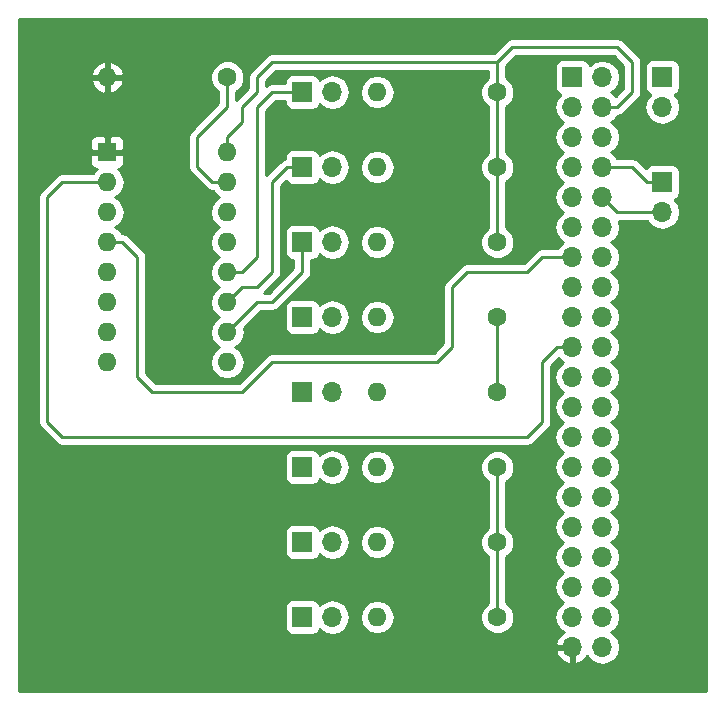
<source format=gbr>
G04 #@! TF.FileFunction,Copper,L1,Top,Signal*
%FSLAX46Y46*%
G04 Gerber Fmt 4.6, Leading zero omitted, Abs format (unit mm)*
G04 Created by KiCad (PCBNEW 4.0.6) date Tue Nov 21 01:35:09 2017*
%MOMM*%
%LPD*%
G01*
G04 APERTURE LIST*
%ADD10C,0.100000*%
%ADD11R,1.700000X1.700000*%
%ADD12O,1.700000X1.700000*%
%ADD13C,1.600000*%
%ADD14O,1.600000X1.600000*%
%ADD15R,1.600000X1.600000*%
%ADD16C,0.250000*%
%ADD17C,0.254000*%
G04 APERTURE END LIST*
D10*
D11*
X179070000Y-96520000D03*
D12*
X181610000Y-96520000D03*
X179070000Y-99060000D03*
X181610000Y-99060000D03*
X179070000Y-101600000D03*
X181610000Y-101600000D03*
X179070000Y-104140000D03*
X181610000Y-104140000D03*
X179070000Y-106680000D03*
X181610000Y-106680000D03*
X179070000Y-109220000D03*
X181610000Y-109220000D03*
X179070000Y-111760000D03*
X181610000Y-111760000D03*
X179070000Y-114300000D03*
X181610000Y-114300000D03*
X179070000Y-116840000D03*
X181610000Y-116840000D03*
X179070000Y-119380000D03*
X181610000Y-119380000D03*
X179070000Y-121920000D03*
X181610000Y-121920000D03*
X179070000Y-124460000D03*
X181610000Y-124460000D03*
X179070000Y-127000000D03*
X181610000Y-127000000D03*
X179070000Y-129540000D03*
X181610000Y-129540000D03*
X179070000Y-132080000D03*
X181610000Y-132080000D03*
X179070000Y-134620000D03*
X181610000Y-134620000D03*
X179070000Y-137160000D03*
X181610000Y-137160000D03*
X179070000Y-139700000D03*
X181610000Y-139700000D03*
X179070000Y-142240000D03*
X181610000Y-142240000D03*
X179070000Y-144780000D03*
X181610000Y-144780000D03*
D11*
X186690000Y-105410000D03*
D12*
X186690000Y-107950000D03*
D11*
X186690000Y-96520000D03*
D12*
X186690000Y-99060000D03*
D11*
X156210000Y-142240000D03*
D12*
X158750000Y-142240000D03*
D11*
X156210000Y-135890000D03*
D12*
X158750000Y-135890000D03*
D11*
X156210000Y-129540000D03*
D12*
X158750000Y-129540000D03*
D11*
X156210000Y-123190000D03*
D12*
X158750000Y-123190000D03*
D11*
X156210000Y-116840000D03*
D12*
X158750000Y-116840000D03*
D11*
X156210000Y-110490000D03*
D12*
X158750000Y-110490000D03*
D11*
X156210000Y-104140000D03*
D12*
X158750000Y-104140000D03*
D11*
X156210000Y-97790000D03*
D12*
X158750000Y-97790000D03*
D13*
X149860000Y-96520000D03*
D14*
X139700000Y-96520000D03*
D13*
X172720000Y-142240000D03*
D14*
X162560000Y-142240000D03*
D13*
X172720000Y-135890000D03*
D14*
X162560000Y-135890000D03*
D13*
X172720000Y-129540000D03*
D14*
X162560000Y-129540000D03*
D13*
X172720000Y-123190000D03*
D14*
X162560000Y-123190000D03*
D13*
X172720000Y-116840000D03*
D14*
X162560000Y-116840000D03*
D13*
X172720000Y-110490000D03*
D14*
X162560000Y-110490000D03*
D13*
X172720000Y-104140000D03*
D14*
X162560000Y-104140000D03*
D13*
X172720000Y-97790000D03*
D14*
X162560000Y-97790000D03*
D15*
X139700000Y-102870000D03*
D14*
X149860000Y-120650000D03*
X139700000Y-105410000D03*
X149860000Y-118110000D03*
X139700000Y-107950000D03*
X149860000Y-115570000D03*
X139700000Y-110490000D03*
X149860000Y-113030000D03*
X139700000Y-113030000D03*
X149860000Y-110490000D03*
X139700000Y-115570000D03*
X149860000Y-107950000D03*
X139700000Y-118110000D03*
X149860000Y-105410000D03*
X139700000Y-120650000D03*
X149860000Y-102870000D03*
D16*
X149860000Y-102870000D02*
X149860000Y-101600000D01*
X153670000Y-95250000D02*
X172720000Y-95250000D01*
X152400000Y-96520000D02*
X153670000Y-95250000D01*
X152400000Y-97790000D02*
X152400000Y-96520000D01*
X151130000Y-99060000D02*
X152400000Y-97790000D01*
X151130000Y-100330000D02*
X151130000Y-99060000D01*
X149860000Y-101600000D02*
X151130000Y-100330000D01*
X172720000Y-129540000D02*
X172720000Y-135890000D01*
X172720000Y-135890000D02*
X172720000Y-142240000D01*
X172720000Y-116840000D02*
X172720000Y-123190000D01*
X172720000Y-104140000D02*
X172720000Y-110490000D01*
X172720000Y-97790000D02*
X172720000Y-104140000D01*
X181610000Y-99060000D02*
X182880000Y-99060000D01*
X172720000Y-95250000D02*
X172720000Y-97790000D01*
X173990000Y-93980000D02*
X172720000Y-95250000D01*
X182880000Y-93980000D02*
X173990000Y-93980000D01*
X184150000Y-95250000D02*
X182880000Y-93980000D01*
X184150000Y-97790000D02*
X184150000Y-95250000D01*
X182880000Y-99060000D02*
X184150000Y-97790000D01*
X186690000Y-105410000D02*
X185420000Y-105410000D01*
X184150000Y-104140000D02*
X185420000Y-105410000D01*
X184150000Y-104140000D02*
X181610000Y-104140000D01*
X186690000Y-107950000D02*
X185420000Y-107950000D01*
X182880000Y-107950000D02*
X185420000Y-107950000D01*
X182880000Y-107950000D02*
X181610000Y-106680000D01*
X179070000Y-111760000D02*
X176530000Y-111760000D01*
X140970000Y-110490000D02*
X139700000Y-110490000D01*
X142240000Y-111760000D02*
X140970000Y-110490000D01*
X142240000Y-121920000D02*
X142240000Y-111760000D01*
X143510000Y-123190000D02*
X142240000Y-121920000D01*
X151130000Y-123190000D02*
X143510000Y-123190000D01*
X152400000Y-121920000D02*
X151130000Y-123190000D01*
X153670000Y-120650000D02*
X152400000Y-121920000D01*
X167640000Y-120650000D02*
X153670000Y-120650000D01*
X168910000Y-119380000D02*
X167640000Y-120650000D01*
X168910000Y-114300000D02*
X168910000Y-119380000D01*
X170180000Y-113030000D02*
X168910000Y-114300000D01*
X175260000Y-113030000D02*
X170180000Y-113030000D01*
X176530000Y-111760000D02*
X175260000Y-113030000D01*
X179070000Y-119380000D02*
X177800000Y-119380000D01*
X135890000Y-105410000D02*
X139700000Y-105410000D01*
X134620000Y-106680000D02*
X135890000Y-105410000D01*
X134620000Y-125730000D02*
X134620000Y-106680000D01*
X135890000Y-127000000D02*
X134620000Y-125730000D01*
X175260000Y-127000000D02*
X135890000Y-127000000D01*
X176530000Y-125730000D02*
X175260000Y-127000000D01*
X176530000Y-120650000D02*
X176530000Y-125730000D01*
X177800000Y-119380000D02*
X176530000Y-120650000D01*
X179070000Y-144780000D02*
X151130000Y-144780000D01*
X151130000Y-144780000D02*
X149860000Y-143510000D01*
X149860000Y-143510000D02*
X149860000Y-129540000D01*
X149860000Y-129540000D02*
X148590000Y-128270000D01*
X148590000Y-128270000D02*
X134620000Y-128270000D01*
X134620000Y-128270000D02*
X133350000Y-127000000D01*
X133350000Y-127000000D02*
X133350000Y-104140000D01*
X133350000Y-104140000D02*
X134620000Y-102870000D01*
X134620000Y-102870000D02*
X139700000Y-102870000D01*
X139700000Y-102870000D02*
X139700000Y-96520000D01*
X156210000Y-110490000D02*
X156210000Y-113030000D01*
X151130000Y-116840000D02*
X149860000Y-118110000D01*
X152400000Y-115570000D02*
X151130000Y-116840000D01*
X153670000Y-115570000D02*
X152400000Y-115570000D01*
X154940000Y-114300000D02*
X153670000Y-115570000D01*
X156210000Y-113030000D02*
X154940000Y-114300000D01*
X156210000Y-104140000D02*
X154940000Y-104140000D01*
X151130000Y-114300000D02*
X149860000Y-115570000D01*
X152400000Y-114300000D02*
X151130000Y-114300000D01*
X153670000Y-113030000D02*
X152400000Y-114300000D01*
X153670000Y-105410000D02*
X153670000Y-113030000D01*
X154940000Y-104140000D02*
X153670000Y-105410000D01*
X156210000Y-97790000D02*
X153670000Y-97790000D01*
X151130000Y-113030000D02*
X149860000Y-113030000D01*
X152400000Y-111760000D02*
X151130000Y-113030000D01*
X152400000Y-99060000D02*
X152400000Y-111760000D01*
X153670000Y-97790000D02*
X152400000Y-99060000D01*
X149860000Y-105410000D02*
X148590000Y-105410000D01*
X149860000Y-99060000D02*
X149860000Y-96520000D01*
X148590000Y-100330000D02*
X149860000Y-99060000D01*
X147320000Y-101600000D02*
X148590000Y-100330000D01*
X147320000Y-104140000D02*
X147320000Y-101600000D01*
X148590000Y-105410000D02*
X147320000Y-104140000D01*
D17*
G36*
X190373000Y-148463000D02*
X132207000Y-148463000D01*
X132207000Y-145136890D01*
X177628524Y-145136890D01*
X177798355Y-145546924D01*
X178188642Y-145975183D01*
X178713108Y-146221486D01*
X178943000Y-146100819D01*
X178943000Y-144907000D01*
X177749845Y-144907000D01*
X177628524Y-145136890D01*
X132207000Y-145136890D01*
X132207000Y-141390000D01*
X154712560Y-141390000D01*
X154712560Y-143090000D01*
X154756838Y-143325317D01*
X154895910Y-143541441D01*
X155108110Y-143686431D01*
X155360000Y-143737440D01*
X157060000Y-143737440D01*
X157295317Y-143693162D01*
X157511441Y-143554090D01*
X157656431Y-143341890D01*
X157670086Y-143274459D01*
X157699946Y-143319147D01*
X158181715Y-143641054D01*
X158750000Y-143754093D01*
X159318285Y-143641054D01*
X159800054Y-143319147D01*
X160121961Y-142837378D01*
X160235000Y-142269093D01*
X160235000Y-142240000D01*
X161096887Y-142240000D01*
X161206120Y-142789151D01*
X161517189Y-143254698D01*
X161982736Y-143565767D01*
X162531887Y-143675000D01*
X162588113Y-143675000D01*
X163137264Y-143565767D01*
X163602811Y-143254698D01*
X163913880Y-142789151D01*
X164023113Y-142240000D01*
X163913880Y-141690849D01*
X163602811Y-141225302D01*
X163137264Y-140914233D01*
X162588113Y-140805000D01*
X162531887Y-140805000D01*
X161982736Y-140914233D01*
X161517189Y-141225302D01*
X161206120Y-141690849D01*
X161096887Y-142240000D01*
X160235000Y-142240000D01*
X160235000Y-142210907D01*
X160121961Y-141642622D01*
X159800054Y-141160853D01*
X159318285Y-140838946D01*
X158750000Y-140725907D01*
X158181715Y-140838946D01*
X157699946Y-141160853D01*
X157672150Y-141202452D01*
X157663162Y-141154683D01*
X157524090Y-140938559D01*
X157311890Y-140793569D01*
X157060000Y-140742560D01*
X155360000Y-140742560D01*
X155124683Y-140786838D01*
X154908559Y-140925910D01*
X154763569Y-141138110D01*
X154712560Y-141390000D01*
X132207000Y-141390000D01*
X132207000Y-135040000D01*
X154712560Y-135040000D01*
X154712560Y-136740000D01*
X154756838Y-136975317D01*
X154895910Y-137191441D01*
X155108110Y-137336431D01*
X155360000Y-137387440D01*
X157060000Y-137387440D01*
X157295317Y-137343162D01*
X157511441Y-137204090D01*
X157656431Y-136991890D01*
X157670086Y-136924459D01*
X157699946Y-136969147D01*
X158181715Y-137291054D01*
X158750000Y-137404093D01*
X159318285Y-137291054D01*
X159800054Y-136969147D01*
X160121961Y-136487378D01*
X160235000Y-135919093D01*
X160235000Y-135890000D01*
X161096887Y-135890000D01*
X161206120Y-136439151D01*
X161517189Y-136904698D01*
X161982736Y-137215767D01*
X162531887Y-137325000D01*
X162588113Y-137325000D01*
X163137264Y-137215767D01*
X163602811Y-136904698D01*
X163913880Y-136439151D01*
X164023113Y-135890000D01*
X163913880Y-135340849D01*
X163602811Y-134875302D01*
X163137264Y-134564233D01*
X162588113Y-134455000D01*
X162531887Y-134455000D01*
X161982736Y-134564233D01*
X161517189Y-134875302D01*
X161206120Y-135340849D01*
X161096887Y-135890000D01*
X160235000Y-135890000D01*
X160235000Y-135860907D01*
X160121961Y-135292622D01*
X159800054Y-134810853D01*
X159318285Y-134488946D01*
X158750000Y-134375907D01*
X158181715Y-134488946D01*
X157699946Y-134810853D01*
X157672150Y-134852452D01*
X157663162Y-134804683D01*
X157524090Y-134588559D01*
X157311890Y-134443569D01*
X157060000Y-134392560D01*
X155360000Y-134392560D01*
X155124683Y-134436838D01*
X154908559Y-134575910D01*
X154763569Y-134788110D01*
X154712560Y-135040000D01*
X132207000Y-135040000D01*
X132207000Y-128690000D01*
X154712560Y-128690000D01*
X154712560Y-130390000D01*
X154756838Y-130625317D01*
X154895910Y-130841441D01*
X155108110Y-130986431D01*
X155360000Y-131037440D01*
X157060000Y-131037440D01*
X157295317Y-130993162D01*
X157511441Y-130854090D01*
X157656431Y-130641890D01*
X157670086Y-130574459D01*
X157699946Y-130619147D01*
X158181715Y-130941054D01*
X158750000Y-131054093D01*
X159318285Y-130941054D01*
X159800054Y-130619147D01*
X160121961Y-130137378D01*
X160235000Y-129569093D01*
X160235000Y-129540000D01*
X161096887Y-129540000D01*
X161206120Y-130089151D01*
X161517189Y-130554698D01*
X161982736Y-130865767D01*
X162531887Y-130975000D01*
X162588113Y-130975000D01*
X163137264Y-130865767D01*
X163602811Y-130554698D01*
X163913880Y-130089151D01*
X163966584Y-129824187D01*
X171284752Y-129824187D01*
X171502757Y-130351800D01*
X171906077Y-130755824D01*
X171960000Y-130778215D01*
X171960000Y-134651354D01*
X171908200Y-134672757D01*
X171504176Y-135076077D01*
X171285250Y-135603309D01*
X171284752Y-136174187D01*
X171502757Y-136701800D01*
X171906077Y-137105824D01*
X171960000Y-137128215D01*
X171960000Y-141001354D01*
X171908200Y-141022757D01*
X171504176Y-141426077D01*
X171285250Y-141953309D01*
X171284752Y-142524187D01*
X171502757Y-143051800D01*
X171906077Y-143455824D01*
X172433309Y-143674750D01*
X173004187Y-143675248D01*
X173531800Y-143457243D01*
X173935824Y-143053923D01*
X174154750Y-142526691D01*
X174155248Y-141955813D01*
X173937243Y-141428200D01*
X173533923Y-141024176D01*
X173480000Y-141001785D01*
X173480000Y-137128646D01*
X173531800Y-137107243D01*
X173935824Y-136703923D01*
X174154750Y-136176691D01*
X174155248Y-135605813D01*
X173937243Y-135078200D01*
X173533923Y-134674176D01*
X173480000Y-134651785D01*
X173480000Y-130778646D01*
X173531800Y-130757243D01*
X173935824Y-130353923D01*
X174154750Y-129826691D01*
X174155248Y-129255813D01*
X173937243Y-128728200D01*
X173533923Y-128324176D01*
X173006691Y-128105250D01*
X172435813Y-128104752D01*
X171908200Y-128322757D01*
X171504176Y-128726077D01*
X171285250Y-129253309D01*
X171284752Y-129824187D01*
X163966584Y-129824187D01*
X164023113Y-129540000D01*
X163913880Y-128990849D01*
X163602811Y-128525302D01*
X163137264Y-128214233D01*
X162588113Y-128105000D01*
X162531887Y-128105000D01*
X161982736Y-128214233D01*
X161517189Y-128525302D01*
X161206120Y-128990849D01*
X161096887Y-129540000D01*
X160235000Y-129540000D01*
X160235000Y-129510907D01*
X160121961Y-128942622D01*
X159800054Y-128460853D01*
X159318285Y-128138946D01*
X158750000Y-128025907D01*
X158181715Y-128138946D01*
X157699946Y-128460853D01*
X157672150Y-128502452D01*
X157663162Y-128454683D01*
X157524090Y-128238559D01*
X157311890Y-128093569D01*
X157060000Y-128042560D01*
X155360000Y-128042560D01*
X155124683Y-128086838D01*
X154908559Y-128225910D01*
X154763569Y-128438110D01*
X154712560Y-128690000D01*
X132207000Y-128690000D01*
X132207000Y-106680000D01*
X133860000Y-106680000D01*
X133860000Y-125730000D01*
X133917852Y-126020839D01*
X134082599Y-126267401D01*
X135352599Y-127537401D01*
X135599160Y-127702148D01*
X135890000Y-127760000D01*
X175260000Y-127760000D01*
X175550839Y-127702148D01*
X175797401Y-127537401D01*
X177067401Y-126267401D01*
X177232148Y-126020840D01*
X177290000Y-125730000D01*
X177290000Y-120964802D01*
X177924321Y-120330481D01*
X177990853Y-120430054D01*
X178320026Y-120650000D01*
X177990853Y-120869946D01*
X177668946Y-121351715D01*
X177555907Y-121920000D01*
X177668946Y-122488285D01*
X177990853Y-122970054D01*
X178320026Y-123190000D01*
X177990853Y-123409946D01*
X177668946Y-123891715D01*
X177555907Y-124460000D01*
X177668946Y-125028285D01*
X177990853Y-125510054D01*
X178320026Y-125730000D01*
X177990853Y-125949946D01*
X177668946Y-126431715D01*
X177555907Y-127000000D01*
X177668946Y-127568285D01*
X177990853Y-128050054D01*
X178320026Y-128270000D01*
X177990853Y-128489946D01*
X177668946Y-128971715D01*
X177555907Y-129540000D01*
X177668946Y-130108285D01*
X177990853Y-130590054D01*
X178320026Y-130810000D01*
X177990853Y-131029946D01*
X177668946Y-131511715D01*
X177555907Y-132080000D01*
X177668946Y-132648285D01*
X177990853Y-133130054D01*
X178320026Y-133350000D01*
X177990853Y-133569946D01*
X177668946Y-134051715D01*
X177555907Y-134620000D01*
X177668946Y-135188285D01*
X177990853Y-135670054D01*
X178320026Y-135890000D01*
X177990853Y-136109946D01*
X177668946Y-136591715D01*
X177555907Y-137160000D01*
X177668946Y-137728285D01*
X177990853Y-138210054D01*
X178320026Y-138430000D01*
X177990853Y-138649946D01*
X177668946Y-139131715D01*
X177555907Y-139700000D01*
X177668946Y-140268285D01*
X177990853Y-140750054D01*
X178320026Y-140970000D01*
X177990853Y-141189946D01*
X177668946Y-141671715D01*
X177555907Y-142240000D01*
X177668946Y-142808285D01*
X177990853Y-143290054D01*
X178331553Y-143517702D01*
X178188642Y-143584817D01*
X177798355Y-144013076D01*
X177628524Y-144423110D01*
X177749845Y-144653000D01*
X178943000Y-144653000D01*
X178943000Y-144633000D01*
X179197000Y-144633000D01*
X179197000Y-144653000D01*
X179217000Y-144653000D01*
X179217000Y-144907000D01*
X179197000Y-144907000D01*
X179197000Y-146100819D01*
X179426892Y-146221486D01*
X179951358Y-145975183D01*
X180341645Y-145546924D01*
X180341655Y-145546899D01*
X180530853Y-145830054D01*
X181012622Y-146151961D01*
X181580907Y-146265000D01*
X181639093Y-146265000D01*
X182207378Y-146151961D01*
X182689147Y-145830054D01*
X183011054Y-145348285D01*
X183124093Y-144780000D01*
X183011054Y-144211715D01*
X182689147Y-143729946D01*
X182359974Y-143510000D01*
X182689147Y-143290054D01*
X183011054Y-142808285D01*
X183124093Y-142240000D01*
X183011054Y-141671715D01*
X182689147Y-141189946D01*
X182359974Y-140970000D01*
X182689147Y-140750054D01*
X183011054Y-140268285D01*
X183124093Y-139700000D01*
X183011054Y-139131715D01*
X182689147Y-138649946D01*
X182359974Y-138430000D01*
X182689147Y-138210054D01*
X183011054Y-137728285D01*
X183124093Y-137160000D01*
X183011054Y-136591715D01*
X182689147Y-136109946D01*
X182359974Y-135890000D01*
X182689147Y-135670054D01*
X183011054Y-135188285D01*
X183124093Y-134620000D01*
X183011054Y-134051715D01*
X182689147Y-133569946D01*
X182359974Y-133350000D01*
X182689147Y-133130054D01*
X183011054Y-132648285D01*
X183124093Y-132080000D01*
X183011054Y-131511715D01*
X182689147Y-131029946D01*
X182359974Y-130810000D01*
X182689147Y-130590054D01*
X183011054Y-130108285D01*
X183124093Y-129540000D01*
X183011054Y-128971715D01*
X182689147Y-128489946D01*
X182359974Y-128270000D01*
X182689147Y-128050054D01*
X183011054Y-127568285D01*
X183124093Y-127000000D01*
X183011054Y-126431715D01*
X182689147Y-125949946D01*
X182359974Y-125730000D01*
X182689147Y-125510054D01*
X183011054Y-125028285D01*
X183124093Y-124460000D01*
X183011054Y-123891715D01*
X182689147Y-123409946D01*
X182359974Y-123190000D01*
X182689147Y-122970054D01*
X183011054Y-122488285D01*
X183124093Y-121920000D01*
X183011054Y-121351715D01*
X182689147Y-120869946D01*
X182359974Y-120650000D01*
X182689147Y-120430054D01*
X183011054Y-119948285D01*
X183124093Y-119380000D01*
X183011054Y-118811715D01*
X182689147Y-118329946D01*
X182359974Y-118110000D01*
X182689147Y-117890054D01*
X183011054Y-117408285D01*
X183124093Y-116840000D01*
X183011054Y-116271715D01*
X182689147Y-115789946D01*
X182359974Y-115570000D01*
X182689147Y-115350054D01*
X183011054Y-114868285D01*
X183124093Y-114300000D01*
X183011054Y-113731715D01*
X182689147Y-113249946D01*
X182359974Y-113030000D01*
X182689147Y-112810054D01*
X183011054Y-112328285D01*
X183124093Y-111760000D01*
X183011054Y-111191715D01*
X182689147Y-110709946D01*
X182359974Y-110490000D01*
X182689147Y-110270054D01*
X183011054Y-109788285D01*
X183124093Y-109220000D01*
X183022648Y-108710000D01*
X185417046Y-108710000D01*
X185610853Y-109000054D01*
X186092622Y-109321961D01*
X186660907Y-109435000D01*
X186719093Y-109435000D01*
X187287378Y-109321961D01*
X187769147Y-109000054D01*
X188091054Y-108518285D01*
X188204093Y-107950000D01*
X188091054Y-107381715D01*
X187769147Y-106899946D01*
X187727548Y-106872150D01*
X187775317Y-106863162D01*
X187991441Y-106724090D01*
X188136431Y-106511890D01*
X188187440Y-106260000D01*
X188187440Y-104560000D01*
X188143162Y-104324683D01*
X188004090Y-104108559D01*
X187791890Y-103963569D01*
X187540000Y-103912560D01*
X185840000Y-103912560D01*
X185604683Y-103956838D01*
X185388559Y-104095910D01*
X185304190Y-104219388D01*
X184687401Y-103602599D01*
X184440839Y-103437852D01*
X184150000Y-103380000D01*
X182882954Y-103380000D01*
X182689147Y-103089946D01*
X182359974Y-102870000D01*
X182689147Y-102650054D01*
X183011054Y-102168285D01*
X183124093Y-101600000D01*
X183011054Y-101031715D01*
X182689147Y-100549946D01*
X182359974Y-100330000D01*
X182689147Y-100110054D01*
X182883407Y-99819322D01*
X183170839Y-99762148D01*
X183417401Y-99597401D01*
X183954802Y-99060000D01*
X185175907Y-99060000D01*
X185288946Y-99628285D01*
X185610853Y-100110054D01*
X186092622Y-100431961D01*
X186660907Y-100545000D01*
X186719093Y-100545000D01*
X187287378Y-100431961D01*
X187769147Y-100110054D01*
X188091054Y-99628285D01*
X188204093Y-99060000D01*
X188091054Y-98491715D01*
X187769147Y-98009946D01*
X187727548Y-97982150D01*
X187775317Y-97973162D01*
X187991441Y-97834090D01*
X188136431Y-97621890D01*
X188187440Y-97370000D01*
X188187440Y-95670000D01*
X188143162Y-95434683D01*
X188004090Y-95218559D01*
X187791890Y-95073569D01*
X187540000Y-95022560D01*
X185840000Y-95022560D01*
X185604683Y-95066838D01*
X185388559Y-95205910D01*
X185243569Y-95418110D01*
X185192560Y-95670000D01*
X185192560Y-97370000D01*
X185236838Y-97605317D01*
X185375910Y-97821441D01*
X185588110Y-97966431D01*
X185655541Y-97980086D01*
X185610853Y-98009946D01*
X185288946Y-98491715D01*
X185175907Y-99060000D01*
X183954802Y-99060000D01*
X184687401Y-98327401D01*
X184852148Y-98080840D01*
X184910000Y-97790000D01*
X184910000Y-95250000D01*
X184874905Y-95073569D01*
X184852148Y-94959160D01*
X184687401Y-94712599D01*
X183417401Y-93442599D01*
X183170839Y-93277852D01*
X182880000Y-93220000D01*
X173990000Y-93220000D01*
X173699160Y-93277852D01*
X173452599Y-93442599D01*
X172405198Y-94490000D01*
X153670000Y-94490000D01*
X153379160Y-94547852D01*
X153132599Y-94712599D01*
X151862599Y-95982599D01*
X151697852Y-96229161D01*
X151640000Y-96520000D01*
X151640000Y-97475198D01*
X150620000Y-98495198D01*
X150620000Y-97758646D01*
X150671800Y-97737243D01*
X151075824Y-97333923D01*
X151294750Y-96806691D01*
X151295248Y-96235813D01*
X151077243Y-95708200D01*
X150673923Y-95304176D01*
X150146691Y-95085250D01*
X149575813Y-95084752D01*
X149048200Y-95302757D01*
X148644176Y-95706077D01*
X148425250Y-96233309D01*
X148424752Y-96804187D01*
X148642757Y-97331800D01*
X149046077Y-97735824D01*
X149100000Y-97758215D01*
X149100000Y-98745198D01*
X146782599Y-101062599D01*
X146617852Y-101309161D01*
X146560000Y-101600000D01*
X146560000Y-104140000D01*
X146617852Y-104430839D01*
X146782599Y-104677401D01*
X148052599Y-105947401D01*
X148299160Y-106112148D01*
X148590000Y-106170000D01*
X148647005Y-106170000D01*
X148817189Y-106424698D01*
X149199275Y-106680000D01*
X148817189Y-106935302D01*
X148506120Y-107400849D01*
X148396887Y-107950000D01*
X148506120Y-108499151D01*
X148817189Y-108964698D01*
X149199275Y-109220000D01*
X148817189Y-109475302D01*
X148506120Y-109940849D01*
X148396887Y-110490000D01*
X148506120Y-111039151D01*
X148817189Y-111504698D01*
X149199275Y-111760000D01*
X148817189Y-112015302D01*
X148506120Y-112480849D01*
X148396887Y-113030000D01*
X148506120Y-113579151D01*
X148817189Y-114044698D01*
X149199275Y-114300000D01*
X148817189Y-114555302D01*
X148506120Y-115020849D01*
X148396887Y-115570000D01*
X148506120Y-116119151D01*
X148817189Y-116584698D01*
X149199275Y-116840000D01*
X148817189Y-117095302D01*
X148506120Y-117560849D01*
X148396887Y-118110000D01*
X148506120Y-118659151D01*
X148817189Y-119124698D01*
X149199275Y-119380000D01*
X148817189Y-119635302D01*
X148506120Y-120100849D01*
X148396887Y-120650000D01*
X148506120Y-121199151D01*
X148817189Y-121664698D01*
X149282736Y-121975767D01*
X149831887Y-122085000D01*
X149888113Y-122085000D01*
X150437264Y-121975767D01*
X150902811Y-121664698D01*
X151213880Y-121199151D01*
X151323113Y-120650000D01*
X151213880Y-120100849D01*
X150902811Y-119635302D01*
X150520725Y-119380000D01*
X150902811Y-119124698D01*
X151213880Y-118659151D01*
X151323113Y-118110000D01*
X151258688Y-117786114D01*
X152714802Y-116330000D01*
X153670000Y-116330000D01*
X153960839Y-116272148D01*
X154207401Y-116107401D01*
X154324802Y-115990000D01*
X154712560Y-115990000D01*
X154712560Y-117690000D01*
X154756838Y-117925317D01*
X154895910Y-118141441D01*
X155108110Y-118286431D01*
X155360000Y-118337440D01*
X157060000Y-118337440D01*
X157295317Y-118293162D01*
X157511441Y-118154090D01*
X157656431Y-117941890D01*
X157670086Y-117874459D01*
X157699946Y-117919147D01*
X158181715Y-118241054D01*
X158750000Y-118354093D01*
X159318285Y-118241054D01*
X159800054Y-117919147D01*
X160121961Y-117437378D01*
X160235000Y-116869093D01*
X160235000Y-116840000D01*
X161096887Y-116840000D01*
X161206120Y-117389151D01*
X161517189Y-117854698D01*
X161982736Y-118165767D01*
X162531887Y-118275000D01*
X162588113Y-118275000D01*
X163137264Y-118165767D01*
X163602811Y-117854698D01*
X163913880Y-117389151D01*
X164023113Y-116840000D01*
X163913880Y-116290849D01*
X163602811Y-115825302D01*
X163137264Y-115514233D01*
X162588113Y-115405000D01*
X162531887Y-115405000D01*
X161982736Y-115514233D01*
X161517189Y-115825302D01*
X161206120Y-116290849D01*
X161096887Y-116840000D01*
X160235000Y-116840000D01*
X160235000Y-116810907D01*
X160121961Y-116242622D01*
X159800054Y-115760853D01*
X159318285Y-115438946D01*
X158750000Y-115325907D01*
X158181715Y-115438946D01*
X157699946Y-115760853D01*
X157672150Y-115802452D01*
X157663162Y-115754683D01*
X157524090Y-115538559D01*
X157311890Y-115393569D01*
X157060000Y-115342560D01*
X155360000Y-115342560D01*
X155124683Y-115386838D01*
X154908559Y-115525910D01*
X154763569Y-115738110D01*
X154712560Y-115990000D01*
X154324802Y-115990000D01*
X156747401Y-113567401D01*
X156912148Y-113320840D01*
X156970000Y-113030000D01*
X156970000Y-111987440D01*
X157060000Y-111987440D01*
X157295317Y-111943162D01*
X157511441Y-111804090D01*
X157656431Y-111591890D01*
X157670086Y-111524459D01*
X157699946Y-111569147D01*
X158181715Y-111891054D01*
X158750000Y-112004093D01*
X159318285Y-111891054D01*
X159800054Y-111569147D01*
X160121961Y-111087378D01*
X160235000Y-110519093D01*
X160235000Y-110490000D01*
X161096887Y-110490000D01*
X161206120Y-111039151D01*
X161517189Y-111504698D01*
X161982736Y-111815767D01*
X162531887Y-111925000D01*
X162588113Y-111925000D01*
X163137264Y-111815767D01*
X163602811Y-111504698D01*
X163913880Y-111039151D01*
X164023113Y-110490000D01*
X163913880Y-109940849D01*
X163602811Y-109475302D01*
X163137264Y-109164233D01*
X162588113Y-109055000D01*
X162531887Y-109055000D01*
X161982736Y-109164233D01*
X161517189Y-109475302D01*
X161206120Y-109940849D01*
X161096887Y-110490000D01*
X160235000Y-110490000D01*
X160235000Y-110460907D01*
X160121961Y-109892622D01*
X159800054Y-109410853D01*
X159318285Y-109088946D01*
X158750000Y-108975907D01*
X158181715Y-109088946D01*
X157699946Y-109410853D01*
X157672150Y-109452452D01*
X157663162Y-109404683D01*
X157524090Y-109188559D01*
X157311890Y-109043569D01*
X157060000Y-108992560D01*
X155360000Y-108992560D01*
X155124683Y-109036838D01*
X154908559Y-109175910D01*
X154763569Y-109388110D01*
X154712560Y-109640000D01*
X154712560Y-111340000D01*
X154756838Y-111575317D01*
X154895910Y-111791441D01*
X155108110Y-111936431D01*
X155360000Y-111987440D01*
X155450000Y-111987440D01*
X155450000Y-112715198D01*
X153355198Y-114810000D01*
X152964802Y-114810000D01*
X154207401Y-113567401D01*
X154372148Y-113320840D01*
X154430000Y-113030000D01*
X154430000Y-105724802D01*
X154824436Y-105330366D01*
X154895910Y-105441441D01*
X155108110Y-105586431D01*
X155360000Y-105637440D01*
X157060000Y-105637440D01*
X157295317Y-105593162D01*
X157511441Y-105454090D01*
X157656431Y-105241890D01*
X157670086Y-105174459D01*
X157699946Y-105219147D01*
X158181715Y-105541054D01*
X158750000Y-105654093D01*
X159318285Y-105541054D01*
X159800054Y-105219147D01*
X160121961Y-104737378D01*
X160235000Y-104169093D01*
X160235000Y-104140000D01*
X161096887Y-104140000D01*
X161206120Y-104689151D01*
X161517189Y-105154698D01*
X161982736Y-105465767D01*
X162531887Y-105575000D01*
X162588113Y-105575000D01*
X163137264Y-105465767D01*
X163602811Y-105154698D01*
X163913880Y-104689151D01*
X164023113Y-104140000D01*
X163913880Y-103590849D01*
X163602811Y-103125302D01*
X163137264Y-102814233D01*
X162588113Y-102705000D01*
X162531887Y-102705000D01*
X161982736Y-102814233D01*
X161517189Y-103125302D01*
X161206120Y-103590849D01*
X161096887Y-104140000D01*
X160235000Y-104140000D01*
X160235000Y-104110907D01*
X160121961Y-103542622D01*
X159800054Y-103060853D01*
X159318285Y-102738946D01*
X158750000Y-102625907D01*
X158181715Y-102738946D01*
X157699946Y-103060853D01*
X157672150Y-103102452D01*
X157663162Y-103054683D01*
X157524090Y-102838559D01*
X157311890Y-102693569D01*
X157060000Y-102642560D01*
X155360000Y-102642560D01*
X155124683Y-102686838D01*
X154908559Y-102825910D01*
X154763569Y-103038110D01*
X154712560Y-103290000D01*
X154712560Y-103425241D01*
X154649160Y-103437852D01*
X154402599Y-103602599D01*
X153160000Y-104845198D01*
X153160000Y-99374802D01*
X153984802Y-98550000D01*
X154712560Y-98550000D01*
X154712560Y-98640000D01*
X154756838Y-98875317D01*
X154895910Y-99091441D01*
X155108110Y-99236431D01*
X155360000Y-99287440D01*
X157060000Y-99287440D01*
X157295317Y-99243162D01*
X157511441Y-99104090D01*
X157656431Y-98891890D01*
X157670086Y-98824459D01*
X157699946Y-98869147D01*
X158181715Y-99191054D01*
X158750000Y-99304093D01*
X159318285Y-99191054D01*
X159800054Y-98869147D01*
X160121961Y-98387378D01*
X160235000Y-97819093D01*
X160235000Y-97790000D01*
X161096887Y-97790000D01*
X161206120Y-98339151D01*
X161517189Y-98804698D01*
X161982736Y-99115767D01*
X162531887Y-99225000D01*
X162588113Y-99225000D01*
X163137264Y-99115767D01*
X163602811Y-98804698D01*
X163913880Y-98339151D01*
X164023113Y-97790000D01*
X163913880Y-97240849D01*
X163602811Y-96775302D01*
X163137264Y-96464233D01*
X162588113Y-96355000D01*
X162531887Y-96355000D01*
X161982736Y-96464233D01*
X161517189Y-96775302D01*
X161206120Y-97240849D01*
X161096887Y-97790000D01*
X160235000Y-97790000D01*
X160235000Y-97760907D01*
X160121961Y-97192622D01*
X159800054Y-96710853D01*
X159318285Y-96388946D01*
X158750000Y-96275907D01*
X158181715Y-96388946D01*
X157699946Y-96710853D01*
X157672150Y-96752452D01*
X157663162Y-96704683D01*
X157524090Y-96488559D01*
X157311890Y-96343569D01*
X157060000Y-96292560D01*
X155360000Y-96292560D01*
X155124683Y-96336838D01*
X154908559Y-96475910D01*
X154763569Y-96688110D01*
X154712560Y-96940000D01*
X154712560Y-97030000D01*
X153670000Y-97030000D01*
X153379160Y-97087852D01*
X153160000Y-97234290D01*
X153160000Y-96834802D01*
X153984802Y-96010000D01*
X171960000Y-96010000D01*
X171960000Y-96551354D01*
X171908200Y-96572757D01*
X171504176Y-96976077D01*
X171285250Y-97503309D01*
X171284752Y-98074187D01*
X171502757Y-98601800D01*
X171906077Y-99005824D01*
X171960000Y-99028215D01*
X171960000Y-102901354D01*
X171908200Y-102922757D01*
X171504176Y-103326077D01*
X171285250Y-103853309D01*
X171284752Y-104424187D01*
X171502757Y-104951800D01*
X171906077Y-105355824D01*
X171960000Y-105378215D01*
X171960000Y-109251354D01*
X171908200Y-109272757D01*
X171504176Y-109676077D01*
X171285250Y-110203309D01*
X171284752Y-110774187D01*
X171502757Y-111301800D01*
X171906077Y-111705824D01*
X172433309Y-111924750D01*
X173004187Y-111925248D01*
X173531800Y-111707243D01*
X173935824Y-111303923D01*
X174154750Y-110776691D01*
X174155248Y-110205813D01*
X173937243Y-109678200D01*
X173533923Y-109274176D01*
X173480000Y-109251785D01*
X173480000Y-105378646D01*
X173531800Y-105357243D01*
X173935824Y-104953923D01*
X174154750Y-104426691D01*
X174155248Y-103855813D01*
X173937243Y-103328200D01*
X173533923Y-102924176D01*
X173480000Y-102901785D01*
X173480000Y-99028646D01*
X173531800Y-99007243D01*
X173935824Y-98603923D01*
X174154750Y-98076691D01*
X174155248Y-97505813D01*
X173937243Y-96978200D01*
X173533923Y-96574176D01*
X173480000Y-96551785D01*
X173480000Y-95564802D01*
X174304802Y-94740000D01*
X182565198Y-94740000D01*
X183390000Y-95564802D01*
X183390000Y-97475198D01*
X182755679Y-98109519D01*
X182689147Y-98009946D01*
X182359974Y-97790000D01*
X182689147Y-97570054D01*
X183011054Y-97088285D01*
X183124093Y-96520000D01*
X183011054Y-95951715D01*
X182689147Y-95469946D01*
X182207378Y-95148039D01*
X181639093Y-95035000D01*
X181580907Y-95035000D01*
X181012622Y-95148039D01*
X180530853Y-95469946D01*
X180530029Y-95471179D01*
X180523162Y-95434683D01*
X180384090Y-95218559D01*
X180171890Y-95073569D01*
X179920000Y-95022560D01*
X178220000Y-95022560D01*
X177984683Y-95066838D01*
X177768559Y-95205910D01*
X177623569Y-95418110D01*
X177572560Y-95670000D01*
X177572560Y-97370000D01*
X177616838Y-97605317D01*
X177755910Y-97821441D01*
X177968110Y-97966431D01*
X178035541Y-97980086D01*
X177990853Y-98009946D01*
X177668946Y-98491715D01*
X177555907Y-99060000D01*
X177668946Y-99628285D01*
X177990853Y-100110054D01*
X178320026Y-100330000D01*
X177990853Y-100549946D01*
X177668946Y-101031715D01*
X177555907Y-101600000D01*
X177668946Y-102168285D01*
X177990853Y-102650054D01*
X178320026Y-102870000D01*
X177990853Y-103089946D01*
X177668946Y-103571715D01*
X177555907Y-104140000D01*
X177668946Y-104708285D01*
X177990853Y-105190054D01*
X178320026Y-105410000D01*
X177990853Y-105629946D01*
X177668946Y-106111715D01*
X177555907Y-106680000D01*
X177668946Y-107248285D01*
X177990853Y-107730054D01*
X178320026Y-107950000D01*
X177990853Y-108169946D01*
X177668946Y-108651715D01*
X177555907Y-109220000D01*
X177668946Y-109788285D01*
X177990853Y-110270054D01*
X178320026Y-110490000D01*
X177990853Y-110709946D01*
X177797046Y-111000000D01*
X176530000Y-111000000D01*
X176239160Y-111057852D01*
X175992599Y-111222599D01*
X174945198Y-112270000D01*
X170180000Y-112270000D01*
X169889160Y-112327852D01*
X169642599Y-112492599D01*
X168372599Y-113762599D01*
X168207852Y-114009161D01*
X168150000Y-114300000D01*
X168150000Y-119065198D01*
X167325198Y-119890000D01*
X153670000Y-119890000D01*
X153379160Y-119947852D01*
X153132599Y-120112599D01*
X150815198Y-122430000D01*
X143824802Y-122430000D01*
X143000000Y-121605198D01*
X143000000Y-111760000D01*
X142942148Y-111469161D01*
X142942148Y-111469160D01*
X142777401Y-111222599D01*
X141507401Y-109952599D01*
X141260839Y-109787852D01*
X140970000Y-109730000D01*
X140912995Y-109730000D01*
X140742811Y-109475302D01*
X140360725Y-109220000D01*
X140742811Y-108964698D01*
X141053880Y-108499151D01*
X141163113Y-107950000D01*
X141053880Y-107400849D01*
X140742811Y-106935302D01*
X140360725Y-106680000D01*
X140742811Y-106424698D01*
X141053880Y-105959151D01*
X141163113Y-105410000D01*
X141053880Y-104860849D01*
X140742811Y-104395302D01*
X140607665Y-104305000D01*
X140626309Y-104305000D01*
X140859698Y-104208327D01*
X141038327Y-104029699D01*
X141135000Y-103796310D01*
X141135000Y-103155750D01*
X140976250Y-102997000D01*
X139827000Y-102997000D01*
X139827000Y-103017000D01*
X139573000Y-103017000D01*
X139573000Y-102997000D01*
X138423750Y-102997000D01*
X138265000Y-103155750D01*
X138265000Y-103796310D01*
X138361673Y-104029699D01*
X138540302Y-104208327D01*
X138773691Y-104305000D01*
X138792335Y-104305000D01*
X138657189Y-104395302D01*
X138487005Y-104650000D01*
X135890000Y-104650000D01*
X135599160Y-104707852D01*
X135352599Y-104872599D01*
X134082599Y-106142599D01*
X133917852Y-106389161D01*
X133860000Y-106680000D01*
X132207000Y-106680000D01*
X132207000Y-101943690D01*
X138265000Y-101943690D01*
X138265000Y-102584250D01*
X138423750Y-102743000D01*
X139573000Y-102743000D01*
X139573000Y-101593750D01*
X139827000Y-101593750D01*
X139827000Y-102743000D01*
X140976250Y-102743000D01*
X141135000Y-102584250D01*
X141135000Y-101943690D01*
X141038327Y-101710301D01*
X140859698Y-101531673D01*
X140626309Y-101435000D01*
X139985750Y-101435000D01*
X139827000Y-101593750D01*
X139573000Y-101593750D01*
X139414250Y-101435000D01*
X138773691Y-101435000D01*
X138540302Y-101531673D01*
X138361673Y-101710301D01*
X138265000Y-101943690D01*
X132207000Y-101943690D01*
X132207000Y-96869039D01*
X138308096Y-96869039D01*
X138468959Y-97257423D01*
X138844866Y-97672389D01*
X139350959Y-97911914D01*
X139573000Y-97790629D01*
X139573000Y-96647000D01*
X139827000Y-96647000D01*
X139827000Y-97790629D01*
X140049041Y-97911914D01*
X140555134Y-97672389D01*
X140931041Y-97257423D01*
X141091904Y-96869039D01*
X140969915Y-96647000D01*
X139827000Y-96647000D01*
X139573000Y-96647000D01*
X138430085Y-96647000D01*
X138308096Y-96869039D01*
X132207000Y-96869039D01*
X132207000Y-96170961D01*
X138308096Y-96170961D01*
X138430085Y-96393000D01*
X139573000Y-96393000D01*
X139573000Y-95249371D01*
X139827000Y-95249371D01*
X139827000Y-96393000D01*
X140969915Y-96393000D01*
X141091904Y-96170961D01*
X140931041Y-95782577D01*
X140555134Y-95367611D01*
X140049041Y-95128086D01*
X139827000Y-95249371D01*
X139573000Y-95249371D01*
X139350959Y-95128086D01*
X138844866Y-95367611D01*
X138468959Y-95782577D01*
X138308096Y-96170961D01*
X132207000Y-96170961D01*
X132207000Y-91567000D01*
X190373000Y-91567000D01*
X190373000Y-148463000D01*
X190373000Y-148463000D01*
G37*
X190373000Y-148463000D02*
X132207000Y-148463000D01*
X132207000Y-145136890D01*
X177628524Y-145136890D01*
X177798355Y-145546924D01*
X178188642Y-145975183D01*
X178713108Y-146221486D01*
X178943000Y-146100819D01*
X178943000Y-144907000D01*
X177749845Y-144907000D01*
X177628524Y-145136890D01*
X132207000Y-145136890D01*
X132207000Y-141390000D01*
X154712560Y-141390000D01*
X154712560Y-143090000D01*
X154756838Y-143325317D01*
X154895910Y-143541441D01*
X155108110Y-143686431D01*
X155360000Y-143737440D01*
X157060000Y-143737440D01*
X157295317Y-143693162D01*
X157511441Y-143554090D01*
X157656431Y-143341890D01*
X157670086Y-143274459D01*
X157699946Y-143319147D01*
X158181715Y-143641054D01*
X158750000Y-143754093D01*
X159318285Y-143641054D01*
X159800054Y-143319147D01*
X160121961Y-142837378D01*
X160235000Y-142269093D01*
X160235000Y-142240000D01*
X161096887Y-142240000D01*
X161206120Y-142789151D01*
X161517189Y-143254698D01*
X161982736Y-143565767D01*
X162531887Y-143675000D01*
X162588113Y-143675000D01*
X163137264Y-143565767D01*
X163602811Y-143254698D01*
X163913880Y-142789151D01*
X164023113Y-142240000D01*
X163913880Y-141690849D01*
X163602811Y-141225302D01*
X163137264Y-140914233D01*
X162588113Y-140805000D01*
X162531887Y-140805000D01*
X161982736Y-140914233D01*
X161517189Y-141225302D01*
X161206120Y-141690849D01*
X161096887Y-142240000D01*
X160235000Y-142240000D01*
X160235000Y-142210907D01*
X160121961Y-141642622D01*
X159800054Y-141160853D01*
X159318285Y-140838946D01*
X158750000Y-140725907D01*
X158181715Y-140838946D01*
X157699946Y-141160853D01*
X157672150Y-141202452D01*
X157663162Y-141154683D01*
X157524090Y-140938559D01*
X157311890Y-140793569D01*
X157060000Y-140742560D01*
X155360000Y-140742560D01*
X155124683Y-140786838D01*
X154908559Y-140925910D01*
X154763569Y-141138110D01*
X154712560Y-141390000D01*
X132207000Y-141390000D01*
X132207000Y-135040000D01*
X154712560Y-135040000D01*
X154712560Y-136740000D01*
X154756838Y-136975317D01*
X154895910Y-137191441D01*
X155108110Y-137336431D01*
X155360000Y-137387440D01*
X157060000Y-137387440D01*
X157295317Y-137343162D01*
X157511441Y-137204090D01*
X157656431Y-136991890D01*
X157670086Y-136924459D01*
X157699946Y-136969147D01*
X158181715Y-137291054D01*
X158750000Y-137404093D01*
X159318285Y-137291054D01*
X159800054Y-136969147D01*
X160121961Y-136487378D01*
X160235000Y-135919093D01*
X160235000Y-135890000D01*
X161096887Y-135890000D01*
X161206120Y-136439151D01*
X161517189Y-136904698D01*
X161982736Y-137215767D01*
X162531887Y-137325000D01*
X162588113Y-137325000D01*
X163137264Y-137215767D01*
X163602811Y-136904698D01*
X163913880Y-136439151D01*
X164023113Y-135890000D01*
X163913880Y-135340849D01*
X163602811Y-134875302D01*
X163137264Y-134564233D01*
X162588113Y-134455000D01*
X162531887Y-134455000D01*
X161982736Y-134564233D01*
X161517189Y-134875302D01*
X161206120Y-135340849D01*
X161096887Y-135890000D01*
X160235000Y-135890000D01*
X160235000Y-135860907D01*
X160121961Y-135292622D01*
X159800054Y-134810853D01*
X159318285Y-134488946D01*
X158750000Y-134375907D01*
X158181715Y-134488946D01*
X157699946Y-134810853D01*
X157672150Y-134852452D01*
X157663162Y-134804683D01*
X157524090Y-134588559D01*
X157311890Y-134443569D01*
X157060000Y-134392560D01*
X155360000Y-134392560D01*
X155124683Y-134436838D01*
X154908559Y-134575910D01*
X154763569Y-134788110D01*
X154712560Y-135040000D01*
X132207000Y-135040000D01*
X132207000Y-128690000D01*
X154712560Y-128690000D01*
X154712560Y-130390000D01*
X154756838Y-130625317D01*
X154895910Y-130841441D01*
X155108110Y-130986431D01*
X155360000Y-131037440D01*
X157060000Y-131037440D01*
X157295317Y-130993162D01*
X157511441Y-130854090D01*
X157656431Y-130641890D01*
X157670086Y-130574459D01*
X157699946Y-130619147D01*
X158181715Y-130941054D01*
X158750000Y-131054093D01*
X159318285Y-130941054D01*
X159800054Y-130619147D01*
X160121961Y-130137378D01*
X160235000Y-129569093D01*
X160235000Y-129540000D01*
X161096887Y-129540000D01*
X161206120Y-130089151D01*
X161517189Y-130554698D01*
X161982736Y-130865767D01*
X162531887Y-130975000D01*
X162588113Y-130975000D01*
X163137264Y-130865767D01*
X163602811Y-130554698D01*
X163913880Y-130089151D01*
X163966584Y-129824187D01*
X171284752Y-129824187D01*
X171502757Y-130351800D01*
X171906077Y-130755824D01*
X171960000Y-130778215D01*
X171960000Y-134651354D01*
X171908200Y-134672757D01*
X171504176Y-135076077D01*
X171285250Y-135603309D01*
X171284752Y-136174187D01*
X171502757Y-136701800D01*
X171906077Y-137105824D01*
X171960000Y-137128215D01*
X171960000Y-141001354D01*
X171908200Y-141022757D01*
X171504176Y-141426077D01*
X171285250Y-141953309D01*
X171284752Y-142524187D01*
X171502757Y-143051800D01*
X171906077Y-143455824D01*
X172433309Y-143674750D01*
X173004187Y-143675248D01*
X173531800Y-143457243D01*
X173935824Y-143053923D01*
X174154750Y-142526691D01*
X174155248Y-141955813D01*
X173937243Y-141428200D01*
X173533923Y-141024176D01*
X173480000Y-141001785D01*
X173480000Y-137128646D01*
X173531800Y-137107243D01*
X173935824Y-136703923D01*
X174154750Y-136176691D01*
X174155248Y-135605813D01*
X173937243Y-135078200D01*
X173533923Y-134674176D01*
X173480000Y-134651785D01*
X173480000Y-130778646D01*
X173531800Y-130757243D01*
X173935824Y-130353923D01*
X174154750Y-129826691D01*
X174155248Y-129255813D01*
X173937243Y-128728200D01*
X173533923Y-128324176D01*
X173006691Y-128105250D01*
X172435813Y-128104752D01*
X171908200Y-128322757D01*
X171504176Y-128726077D01*
X171285250Y-129253309D01*
X171284752Y-129824187D01*
X163966584Y-129824187D01*
X164023113Y-129540000D01*
X163913880Y-128990849D01*
X163602811Y-128525302D01*
X163137264Y-128214233D01*
X162588113Y-128105000D01*
X162531887Y-128105000D01*
X161982736Y-128214233D01*
X161517189Y-128525302D01*
X161206120Y-128990849D01*
X161096887Y-129540000D01*
X160235000Y-129540000D01*
X160235000Y-129510907D01*
X160121961Y-128942622D01*
X159800054Y-128460853D01*
X159318285Y-128138946D01*
X158750000Y-128025907D01*
X158181715Y-128138946D01*
X157699946Y-128460853D01*
X157672150Y-128502452D01*
X157663162Y-128454683D01*
X157524090Y-128238559D01*
X157311890Y-128093569D01*
X157060000Y-128042560D01*
X155360000Y-128042560D01*
X155124683Y-128086838D01*
X154908559Y-128225910D01*
X154763569Y-128438110D01*
X154712560Y-128690000D01*
X132207000Y-128690000D01*
X132207000Y-106680000D01*
X133860000Y-106680000D01*
X133860000Y-125730000D01*
X133917852Y-126020839D01*
X134082599Y-126267401D01*
X135352599Y-127537401D01*
X135599160Y-127702148D01*
X135890000Y-127760000D01*
X175260000Y-127760000D01*
X175550839Y-127702148D01*
X175797401Y-127537401D01*
X177067401Y-126267401D01*
X177232148Y-126020840D01*
X177290000Y-125730000D01*
X177290000Y-120964802D01*
X177924321Y-120330481D01*
X177990853Y-120430054D01*
X178320026Y-120650000D01*
X177990853Y-120869946D01*
X177668946Y-121351715D01*
X177555907Y-121920000D01*
X177668946Y-122488285D01*
X177990853Y-122970054D01*
X178320026Y-123190000D01*
X177990853Y-123409946D01*
X177668946Y-123891715D01*
X177555907Y-124460000D01*
X177668946Y-125028285D01*
X177990853Y-125510054D01*
X178320026Y-125730000D01*
X177990853Y-125949946D01*
X177668946Y-126431715D01*
X177555907Y-127000000D01*
X177668946Y-127568285D01*
X177990853Y-128050054D01*
X178320026Y-128270000D01*
X177990853Y-128489946D01*
X177668946Y-128971715D01*
X177555907Y-129540000D01*
X177668946Y-130108285D01*
X177990853Y-130590054D01*
X178320026Y-130810000D01*
X177990853Y-131029946D01*
X177668946Y-131511715D01*
X177555907Y-132080000D01*
X177668946Y-132648285D01*
X177990853Y-133130054D01*
X178320026Y-133350000D01*
X177990853Y-133569946D01*
X177668946Y-134051715D01*
X177555907Y-134620000D01*
X177668946Y-135188285D01*
X177990853Y-135670054D01*
X178320026Y-135890000D01*
X177990853Y-136109946D01*
X177668946Y-136591715D01*
X177555907Y-137160000D01*
X177668946Y-137728285D01*
X177990853Y-138210054D01*
X178320026Y-138430000D01*
X177990853Y-138649946D01*
X177668946Y-139131715D01*
X177555907Y-139700000D01*
X177668946Y-140268285D01*
X177990853Y-140750054D01*
X178320026Y-140970000D01*
X177990853Y-141189946D01*
X177668946Y-141671715D01*
X177555907Y-142240000D01*
X177668946Y-142808285D01*
X177990853Y-143290054D01*
X178331553Y-143517702D01*
X178188642Y-143584817D01*
X177798355Y-144013076D01*
X177628524Y-144423110D01*
X177749845Y-144653000D01*
X178943000Y-144653000D01*
X178943000Y-144633000D01*
X179197000Y-144633000D01*
X179197000Y-144653000D01*
X179217000Y-144653000D01*
X179217000Y-144907000D01*
X179197000Y-144907000D01*
X179197000Y-146100819D01*
X179426892Y-146221486D01*
X179951358Y-145975183D01*
X180341645Y-145546924D01*
X180341655Y-145546899D01*
X180530853Y-145830054D01*
X181012622Y-146151961D01*
X181580907Y-146265000D01*
X181639093Y-146265000D01*
X182207378Y-146151961D01*
X182689147Y-145830054D01*
X183011054Y-145348285D01*
X183124093Y-144780000D01*
X183011054Y-144211715D01*
X182689147Y-143729946D01*
X182359974Y-143510000D01*
X182689147Y-143290054D01*
X183011054Y-142808285D01*
X183124093Y-142240000D01*
X183011054Y-141671715D01*
X182689147Y-141189946D01*
X182359974Y-140970000D01*
X182689147Y-140750054D01*
X183011054Y-140268285D01*
X183124093Y-139700000D01*
X183011054Y-139131715D01*
X182689147Y-138649946D01*
X182359974Y-138430000D01*
X182689147Y-138210054D01*
X183011054Y-137728285D01*
X183124093Y-137160000D01*
X183011054Y-136591715D01*
X182689147Y-136109946D01*
X182359974Y-135890000D01*
X182689147Y-135670054D01*
X183011054Y-135188285D01*
X183124093Y-134620000D01*
X183011054Y-134051715D01*
X182689147Y-133569946D01*
X182359974Y-133350000D01*
X182689147Y-133130054D01*
X183011054Y-132648285D01*
X183124093Y-132080000D01*
X183011054Y-131511715D01*
X182689147Y-131029946D01*
X182359974Y-130810000D01*
X182689147Y-130590054D01*
X183011054Y-130108285D01*
X183124093Y-129540000D01*
X183011054Y-128971715D01*
X182689147Y-128489946D01*
X182359974Y-128270000D01*
X182689147Y-128050054D01*
X183011054Y-127568285D01*
X183124093Y-127000000D01*
X183011054Y-126431715D01*
X182689147Y-125949946D01*
X182359974Y-125730000D01*
X182689147Y-125510054D01*
X183011054Y-125028285D01*
X183124093Y-124460000D01*
X183011054Y-123891715D01*
X182689147Y-123409946D01*
X182359974Y-123190000D01*
X182689147Y-122970054D01*
X183011054Y-122488285D01*
X183124093Y-121920000D01*
X183011054Y-121351715D01*
X182689147Y-120869946D01*
X182359974Y-120650000D01*
X182689147Y-120430054D01*
X183011054Y-119948285D01*
X183124093Y-119380000D01*
X183011054Y-118811715D01*
X182689147Y-118329946D01*
X182359974Y-118110000D01*
X182689147Y-117890054D01*
X183011054Y-117408285D01*
X183124093Y-116840000D01*
X183011054Y-116271715D01*
X182689147Y-115789946D01*
X182359974Y-115570000D01*
X182689147Y-115350054D01*
X183011054Y-114868285D01*
X183124093Y-114300000D01*
X183011054Y-113731715D01*
X182689147Y-113249946D01*
X182359974Y-113030000D01*
X182689147Y-112810054D01*
X183011054Y-112328285D01*
X183124093Y-111760000D01*
X183011054Y-111191715D01*
X182689147Y-110709946D01*
X182359974Y-110490000D01*
X182689147Y-110270054D01*
X183011054Y-109788285D01*
X183124093Y-109220000D01*
X183022648Y-108710000D01*
X185417046Y-108710000D01*
X185610853Y-109000054D01*
X186092622Y-109321961D01*
X186660907Y-109435000D01*
X186719093Y-109435000D01*
X187287378Y-109321961D01*
X187769147Y-109000054D01*
X188091054Y-108518285D01*
X188204093Y-107950000D01*
X188091054Y-107381715D01*
X187769147Y-106899946D01*
X187727548Y-106872150D01*
X187775317Y-106863162D01*
X187991441Y-106724090D01*
X188136431Y-106511890D01*
X188187440Y-106260000D01*
X188187440Y-104560000D01*
X188143162Y-104324683D01*
X188004090Y-104108559D01*
X187791890Y-103963569D01*
X187540000Y-103912560D01*
X185840000Y-103912560D01*
X185604683Y-103956838D01*
X185388559Y-104095910D01*
X185304190Y-104219388D01*
X184687401Y-103602599D01*
X184440839Y-103437852D01*
X184150000Y-103380000D01*
X182882954Y-103380000D01*
X182689147Y-103089946D01*
X182359974Y-102870000D01*
X182689147Y-102650054D01*
X183011054Y-102168285D01*
X183124093Y-101600000D01*
X183011054Y-101031715D01*
X182689147Y-100549946D01*
X182359974Y-100330000D01*
X182689147Y-100110054D01*
X182883407Y-99819322D01*
X183170839Y-99762148D01*
X183417401Y-99597401D01*
X183954802Y-99060000D01*
X185175907Y-99060000D01*
X185288946Y-99628285D01*
X185610853Y-100110054D01*
X186092622Y-100431961D01*
X186660907Y-100545000D01*
X186719093Y-100545000D01*
X187287378Y-100431961D01*
X187769147Y-100110054D01*
X188091054Y-99628285D01*
X188204093Y-99060000D01*
X188091054Y-98491715D01*
X187769147Y-98009946D01*
X187727548Y-97982150D01*
X187775317Y-97973162D01*
X187991441Y-97834090D01*
X188136431Y-97621890D01*
X188187440Y-97370000D01*
X188187440Y-95670000D01*
X188143162Y-95434683D01*
X188004090Y-95218559D01*
X187791890Y-95073569D01*
X187540000Y-95022560D01*
X185840000Y-95022560D01*
X185604683Y-95066838D01*
X185388559Y-95205910D01*
X185243569Y-95418110D01*
X185192560Y-95670000D01*
X185192560Y-97370000D01*
X185236838Y-97605317D01*
X185375910Y-97821441D01*
X185588110Y-97966431D01*
X185655541Y-97980086D01*
X185610853Y-98009946D01*
X185288946Y-98491715D01*
X185175907Y-99060000D01*
X183954802Y-99060000D01*
X184687401Y-98327401D01*
X184852148Y-98080840D01*
X184910000Y-97790000D01*
X184910000Y-95250000D01*
X184874905Y-95073569D01*
X184852148Y-94959160D01*
X184687401Y-94712599D01*
X183417401Y-93442599D01*
X183170839Y-93277852D01*
X182880000Y-93220000D01*
X173990000Y-93220000D01*
X173699160Y-93277852D01*
X173452599Y-93442599D01*
X172405198Y-94490000D01*
X153670000Y-94490000D01*
X153379160Y-94547852D01*
X153132599Y-94712599D01*
X151862599Y-95982599D01*
X151697852Y-96229161D01*
X151640000Y-96520000D01*
X151640000Y-97475198D01*
X150620000Y-98495198D01*
X150620000Y-97758646D01*
X150671800Y-97737243D01*
X151075824Y-97333923D01*
X151294750Y-96806691D01*
X151295248Y-96235813D01*
X151077243Y-95708200D01*
X150673923Y-95304176D01*
X150146691Y-95085250D01*
X149575813Y-95084752D01*
X149048200Y-95302757D01*
X148644176Y-95706077D01*
X148425250Y-96233309D01*
X148424752Y-96804187D01*
X148642757Y-97331800D01*
X149046077Y-97735824D01*
X149100000Y-97758215D01*
X149100000Y-98745198D01*
X146782599Y-101062599D01*
X146617852Y-101309161D01*
X146560000Y-101600000D01*
X146560000Y-104140000D01*
X146617852Y-104430839D01*
X146782599Y-104677401D01*
X148052599Y-105947401D01*
X148299160Y-106112148D01*
X148590000Y-106170000D01*
X148647005Y-106170000D01*
X148817189Y-106424698D01*
X149199275Y-106680000D01*
X148817189Y-106935302D01*
X148506120Y-107400849D01*
X148396887Y-107950000D01*
X148506120Y-108499151D01*
X148817189Y-108964698D01*
X149199275Y-109220000D01*
X148817189Y-109475302D01*
X148506120Y-109940849D01*
X148396887Y-110490000D01*
X148506120Y-111039151D01*
X148817189Y-111504698D01*
X149199275Y-111760000D01*
X148817189Y-112015302D01*
X148506120Y-112480849D01*
X148396887Y-113030000D01*
X148506120Y-113579151D01*
X148817189Y-114044698D01*
X149199275Y-114300000D01*
X148817189Y-114555302D01*
X148506120Y-115020849D01*
X148396887Y-115570000D01*
X148506120Y-116119151D01*
X148817189Y-116584698D01*
X149199275Y-116840000D01*
X148817189Y-117095302D01*
X148506120Y-117560849D01*
X148396887Y-118110000D01*
X148506120Y-118659151D01*
X148817189Y-119124698D01*
X149199275Y-119380000D01*
X148817189Y-119635302D01*
X148506120Y-120100849D01*
X148396887Y-120650000D01*
X148506120Y-121199151D01*
X148817189Y-121664698D01*
X149282736Y-121975767D01*
X149831887Y-122085000D01*
X149888113Y-122085000D01*
X150437264Y-121975767D01*
X150902811Y-121664698D01*
X151213880Y-121199151D01*
X151323113Y-120650000D01*
X151213880Y-120100849D01*
X150902811Y-119635302D01*
X150520725Y-119380000D01*
X150902811Y-119124698D01*
X151213880Y-118659151D01*
X151323113Y-118110000D01*
X151258688Y-117786114D01*
X152714802Y-116330000D01*
X153670000Y-116330000D01*
X153960839Y-116272148D01*
X154207401Y-116107401D01*
X154324802Y-115990000D01*
X154712560Y-115990000D01*
X154712560Y-117690000D01*
X154756838Y-117925317D01*
X154895910Y-118141441D01*
X155108110Y-118286431D01*
X155360000Y-118337440D01*
X157060000Y-118337440D01*
X157295317Y-118293162D01*
X157511441Y-118154090D01*
X157656431Y-117941890D01*
X157670086Y-117874459D01*
X157699946Y-117919147D01*
X158181715Y-118241054D01*
X158750000Y-118354093D01*
X159318285Y-118241054D01*
X159800054Y-117919147D01*
X160121961Y-117437378D01*
X160235000Y-116869093D01*
X160235000Y-116840000D01*
X161096887Y-116840000D01*
X161206120Y-117389151D01*
X161517189Y-117854698D01*
X161982736Y-118165767D01*
X162531887Y-118275000D01*
X162588113Y-118275000D01*
X163137264Y-118165767D01*
X163602811Y-117854698D01*
X163913880Y-117389151D01*
X164023113Y-116840000D01*
X163913880Y-116290849D01*
X163602811Y-115825302D01*
X163137264Y-115514233D01*
X162588113Y-115405000D01*
X162531887Y-115405000D01*
X161982736Y-115514233D01*
X161517189Y-115825302D01*
X161206120Y-116290849D01*
X161096887Y-116840000D01*
X160235000Y-116840000D01*
X160235000Y-116810907D01*
X160121961Y-116242622D01*
X159800054Y-115760853D01*
X159318285Y-115438946D01*
X158750000Y-115325907D01*
X158181715Y-115438946D01*
X157699946Y-115760853D01*
X157672150Y-115802452D01*
X157663162Y-115754683D01*
X157524090Y-115538559D01*
X157311890Y-115393569D01*
X157060000Y-115342560D01*
X155360000Y-115342560D01*
X155124683Y-115386838D01*
X154908559Y-115525910D01*
X154763569Y-115738110D01*
X154712560Y-115990000D01*
X154324802Y-115990000D01*
X156747401Y-113567401D01*
X156912148Y-113320840D01*
X156970000Y-113030000D01*
X156970000Y-111987440D01*
X157060000Y-111987440D01*
X157295317Y-111943162D01*
X157511441Y-111804090D01*
X157656431Y-111591890D01*
X157670086Y-111524459D01*
X157699946Y-111569147D01*
X158181715Y-111891054D01*
X158750000Y-112004093D01*
X159318285Y-111891054D01*
X159800054Y-111569147D01*
X160121961Y-111087378D01*
X160235000Y-110519093D01*
X160235000Y-110490000D01*
X161096887Y-110490000D01*
X161206120Y-111039151D01*
X161517189Y-111504698D01*
X161982736Y-111815767D01*
X162531887Y-111925000D01*
X162588113Y-111925000D01*
X163137264Y-111815767D01*
X163602811Y-111504698D01*
X163913880Y-111039151D01*
X164023113Y-110490000D01*
X163913880Y-109940849D01*
X163602811Y-109475302D01*
X163137264Y-109164233D01*
X162588113Y-109055000D01*
X162531887Y-109055000D01*
X161982736Y-109164233D01*
X161517189Y-109475302D01*
X161206120Y-109940849D01*
X161096887Y-110490000D01*
X160235000Y-110490000D01*
X160235000Y-110460907D01*
X160121961Y-109892622D01*
X159800054Y-109410853D01*
X159318285Y-109088946D01*
X158750000Y-108975907D01*
X158181715Y-109088946D01*
X157699946Y-109410853D01*
X157672150Y-109452452D01*
X157663162Y-109404683D01*
X157524090Y-109188559D01*
X157311890Y-109043569D01*
X157060000Y-108992560D01*
X155360000Y-108992560D01*
X155124683Y-109036838D01*
X154908559Y-109175910D01*
X154763569Y-109388110D01*
X154712560Y-109640000D01*
X154712560Y-111340000D01*
X154756838Y-111575317D01*
X154895910Y-111791441D01*
X155108110Y-111936431D01*
X155360000Y-111987440D01*
X155450000Y-111987440D01*
X155450000Y-112715198D01*
X153355198Y-114810000D01*
X152964802Y-114810000D01*
X154207401Y-113567401D01*
X154372148Y-113320840D01*
X154430000Y-113030000D01*
X154430000Y-105724802D01*
X154824436Y-105330366D01*
X154895910Y-105441441D01*
X155108110Y-105586431D01*
X155360000Y-105637440D01*
X157060000Y-105637440D01*
X157295317Y-105593162D01*
X157511441Y-105454090D01*
X157656431Y-105241890D01*
X157670086Y-105174459D01*
X157699946Y-105219147D01*
X158181715Y-105541054D01*
X158750000Y-105654093D01*
X159318285Y-105541054D01*
X159800054Y-105219147D01*
X160121961Y-104737378D01*
X160235000Y-104169093D01*
X160235000Y-104140000D01*
X161096887Y-104140000D01*
X161206120Y-104689151D01*
X161517189Y-105154698D01*
X161982736Y-105465767D01*
X162531887Y-105575000D01*
X162588113Y-105575000D01*
X163137264Y-105465767D01*
X163602811Y-105154698D01*
X163913880Y-104689151D01*
X164023113Y-104140000D01*
X163913880Y-103590849D01*
X163602811Y-103125302D01*
X163137264Y-102814233D01*
X162588113Y-102705000D01*
X162531887Y-102705000D01*
X161982736Y-102814233D01*
X161517189Y-103125302D01*
X161206120Y-103590849D01*
X161096887Y-104140000D01*
X160235000Y-104140000D01*
X160235000Y-104110907D01*
X160121961Y-103542622D01*
X159800054Y-103060853D01*
X159318285Y-102738946D01*
X158750000Y-102625907D01*
X158181715Y-102738946D01*
X157699946Y-103060853D01*
X157672150Y-103102452D01*
X157663162Y-103054683D01*
X157524090Y-102838559D01*
X157311890Y-102693569D01*
X157060000Y-102642560D01*
X155360000Y-102642560D01*
X155124683Y-102686838D01*
X154908559Y-102825910D01*
X154763569Y-103038110D01*
X154712560Y-103290000D01*
X154712560Y-103425241D01*
X154649160Y-103437852D01*
X154402599Y-103602599D01*
X153160000Y-104845198D01*
X153160000Y-99374802D01*
X153984802Y-98550000D01*
X154712560Y-98550000D01*
X154712560Y-98640000D01*
X154756838Y-98875317D01*
X154895910Y-99091441D01*
X155108110Y-99236431D01*
X155360000Y-99287440D01*
X157060000Y-99287440D01*
X157295317Y-99243162D01*
X157511441Y-99104090D01*
X157656431Y-98891890D01*
X157670086Y-98824459D01*
X157699946Y-98869147D01*
X158181715Y-99191054D01*
X158750000Y-99304093D01*
X159318285Y-99191054D01*
X159800054Y-98869147D01*
X160121961Y-98387378D01*
X160235000Y-97819093D01*
X160235000Y-97790000D01*
X161096887Y-97790000D01*
X161206120Y-98339151D01*
X161517189Y-98804698D01*
X161982736Y-99115767D01*
X162531887Y-99225000D01*
X162588113Y-99225000D01*
X163137264Y-99115767D01*
X163602811Y-98804698D01*
X163913880Y-98339151D01*
X164023113Y-97790000D01*
X163913880Y-97240849D01*
X163602811Y-96775302D01*
X163137264Y-96464233D01*
X162588113Y-96355000D01*
X162531887Y-96355000D01*
X161982736Y-96464233D01*
X161517189Y-96775302D01*
X161206120Y-97240849D01*
X161096887Y-97790000D01*
X160235000Y-97790000D01*
X160235000Y-97760907D01*
X160121961Y-97192622D01*
X159800054Y-96710853D01*
X159318285Y-96388946D01*
X158750000Y-96275907D01*
X158181715Y-96388946D01*
X157699946Y-96710853D01*
X157672150Y-96752452D01*
X157663162Y-96704683D01*
X157524090Y-96488559D01*
X157311890Y-96343569D01*
X157060000Y-96292560D01*
X155360000Y-96292560D01*
X155124683Y-96336838D01*
X154908559Y-96475910D01*
X154763569Y-96688110D01*
X154712560Y-96940000D01*
X154712560Y-97030000D01*
X153670000Y-97030000D01*
X153379160Y-97087852D01*
X153160000Y-97234290D01*
X153160000Y-96834802D01*
X153984802Y-96010000D01*
X171960000Y-96010000D01*
X171960000Y-96551354D01*
X171908200Y-96572757D01*
X171504176Y-96976077D01*
X171285250Y-97503309D01*
X171284752Y-98074187D01*
X171502757Y-98601800D01*
X171906077Y-99005824D01*
X171960000Y-99028215D01*
X171960000Y-102901354D01*
X171908200Y-102922757D01*
X171504176Y-103326077D01*
X171285250Y-103853309D01*
X171284752Y-104424187D01*
X171502757Y-104951800D01*
X171906077Y-105355824D01*
X171960000Y-105378215D01*
X171960000Y-109251354D01*
X171908200Y-109272757D01*
X171504176Y-109676077D01*
X171285250Y-110203309D01*
X171284752Y-110774187D01*
X171502757Y-111301800D01*
X171906077Y-111705824D01*
X172433309Y-111924750D01*
X173004187Y-111925248D01*
X173531800Y-111707243D01*
X173935824Y-111303923D01*
X174154750Y-110776691D01*
X174155248Y-110205813D01*
X173937243Y-109678200D01*
X173533923Y-109274176D01*
X173480000Y-109251785D01*
X173480000Y-105378646D01*
X173531800Y-105357243D01*
X173935824Y-104953923D01*
X174154750Y-104426691D01*
X174155248Y-103855813D01*
X173937243Y-103328200D01*
X173533923Y-102924176D01*
X173480000Y-102901785D01*
X173480000Y-99028646D01*
X173531800Y-99007243D01*
X173935824Y-98603923D01*
X174154750Y-98076691D01*
X174155248Y-97505813D01*
X173937243Y-96978200D01*
X173533923Y-96574176D01*
X173480000Y-96551785D01*
X173480000Y-95564802D01*
X174304802Y-94740000D01*
X182565198Y-94740000D01*
X183390000Y-95564802D01*
X183390000Y-97475198D01*
X182755679Y-98109519D01*
X182689147Y-98009946D01*
X182359974Y-97790000D01*
X182689147Y-97570054D01*
X183011054Y-97088285D01*
X183124093Y-96520000D01*
X183011054Y-95951715D01*
X182689147Y-95469946D01*
X182207378Y-95148039D01*
X181639093Y-95035000D01*
X181580907Y-95035000D01*
X181012622Y-95148039D01*
X180530853Y-95469946D01*
X180530029Y-95471179D01*
X180523162Y-95434683D01*
X180384090Y-95218559D01*
X180171890Y-95073569D01*
X179920000Y-95022560D01*
X178220000Y-95022560D01*
X177984683Y-95066838D01*
X177768559Y-95205910D01*
X177623569Y-95418110D01*
X177572560Y-95670000D01*
X177572560Y-97370000D01*
X177616838Y-97605317D01*
X177755910Y-97821441D01*
X177968110Y-97966431D01*
X178035541Y-97980086D01*
X177990853Y-98009946D01*
X177668946Y-98491715D01*
X177555907Y-99060000D01*
X177668946Y-99628285D01*
X177990853Y-100110054D01*
X178320026Y-100330000D01*
X177990853Y-100549946D01*
X177668946Y-101031715D01*
X177555907Y-101600000D01*
X177668946Y-102168285D01*
X177990853Y-102650054D01*
X178320026Y-102870000D01*
X177990853Y-103089946D01*
X177668946Y-103571715D01*
X177555907Y-104140000D01*
X177668946Y-104708285D01*
X177990853Y-105190054D01*
X178320026Y-105410000D01*
X177990853Y-105629946D01*
X177668946Y-106111715D01*
X177555907Y-106680000D01*
X177668946Y-107248285D01*
X177990853Y-107730054D01*
X178320026Y-107950000D01*
X177990853Y-108169946D01*
X177668946Y-108651715D01*
X177555907Y-109220000D01*
X177668946Y-109788285D01*
X177990853Y-110270054D01*
X178320026Y-110490000D01*
X177990853Y-110709946D01*
X177797046Y-111000000D01*
X176530000Y-111000000D01*
X176239160Y-111057852D01*
X175992599Y-111222599D01*
X174945198Y-112270000D01*
X170180000Y-112270000D01*
X169889160Y-112327852D01*
X169642599Y-112492599D01*
X168372599Y-113762599D01*
X168207852Y-114009161D01*
X168150000Y-114300000D01*
X168150000Y-119065198D01*
X167325198Y-119890000D01*
X153670000Y-119890000D01*
X153379160Y-119947852D01*
X153132599Y-120112599D01*
X150815198Y-122430000D01*
X143824802Y-122430000D01*
X143000000Y-121605198D01*
X143000000Y-111760000D01*
X142942148Y-111469161D01*
X142942148Y-111469160D01*
X142777401Y-111222599D01*
X141507401Y-109952599D01*
X141260839Y-109787852D01*
X140970000Y-109730000D01*
X140912995Y-109730000D01*
X140742811Y-109475302D01*
X140360725Y-109220000D01*
X140742811Y-108964698D01*
X141053880Y-108499151D01*
X141163113Y-107950000D01*
X141053880Y-107400849D01*
X140742811Y-106935302D01*
X140360725Y-106680000D01*
X140742811Y-106424698D01*
X141053880Y-105959151D01*
X141163113Y-105410000D01*
X141053880Y-104860849D01*
X140742811Y-104395302D01*
X140607665Y-104305000D01*
X140626309Y-104305000D01*
X140859698Y-104208327D01*
X141038327Y-104029699D01*
X141135000Y-103796310D01*
X141135000Y-103155750D01*
X140976250Y-102997000D01*
X139827000Y-102997000D01*
X139827000Y-103017000D01*
X139573000Y-103017000D01*
X139573000Y-102997000D01*
X138423750Y-102997000D01*
X138265000Y-103155750D01*
X138265000Y-103796310D01*
X138361673Y-104029699D01*
X138540302Y-104208327D01*
X138773691Y-104305000D01*
X138792335Y-104305000D01*
X138657189Y-104395302D01*
X138487005Y-104650000D01*
X135890000Y-104650000D01*
X135599160Y-104707852D01*
X135352599Y-104872599D01*
X134082599Y-106142599D01*
X133917852Y-106389161D01*
X133860000Y-106680000D01*
X132207000Y-106680000D01*
X132207000Y-101943690D01*
X138265000Y-101943690D01*
X138265000Y-102584250D01*
X138423750Y-102743000D01*
X139573000Y-102743000D01*
X139573000Y-101593750D01*
X139827000Y-101593750D01*
X139827000Y-102743000D01*
X140976250Y-102743000D01*
X141135000Y-102584250D01*
X141135000Y-101943690D01*
X141038327Y-101710301D01*
X140859698Y-101531673D01*
X140626309Y-101435000D01*
X139985750Y-101435000D01*
X139827000Y-101593750D01*
X139573000Y-101593750D01*
X139414250Y-101435000D01*
X138773691Y-101435000D01*
X138540302Y-101531673D01*
X138361673Y-101710301D01*
X138265000Y-101943690D01*
X132207000Y-101943690D01*
X132207000Y-96869039D01*
X138308096Y-96869039D01*
X138468959Y-97257423D01*
X138844866Y-97672389D01*
X139350959Y-97911914D01*
X139573000Y-97790629D01*
X139573000Y-96647000D01*
X139827000Y-96647000D01*
X139827000Y-97790629D01*
X140049041Y-97911914D01*
X140555134Y-97672389D01*
X140931041Y-97257423D01*
X141091904Y-96869039D01*
X140969915Y-96647000D01*
X139827000Y-96647000D01*
X139573000Y-96647000D01*
X138430085Y-96647000D01*
X138308096Y-96869039D01*
X132207000Y-96869039D01*
X132207000Y-96170961D01*
X138308096Y-96170961D01*
X138430085Y-96393000D01*
X139573000Y-96393000D01*
X139573000Y-95249371D01*
X139827000Y-95249371D01*
X139827000Y-96393000D01*
X140969915Y-96393000D01*
X141091904Y-96170961D01*
X140931041Y-95782577D01*
X140555134Y-95367611D01*
X140049041Y-95128086D01*
X139827000Y-95249371D01*
X139573000Y-95249371D01*
X139350959Y-95128086D01*
X138844866Y-95367611D01*
X138468959Y-95782577D01*
X138308096Y-96170961D01*
X132207000Y-96170961D01*
X132207000Y-91567000D01*
X190373000Y-91567000D01*
X190373000Y-148463000D01*
M02*

</source>
